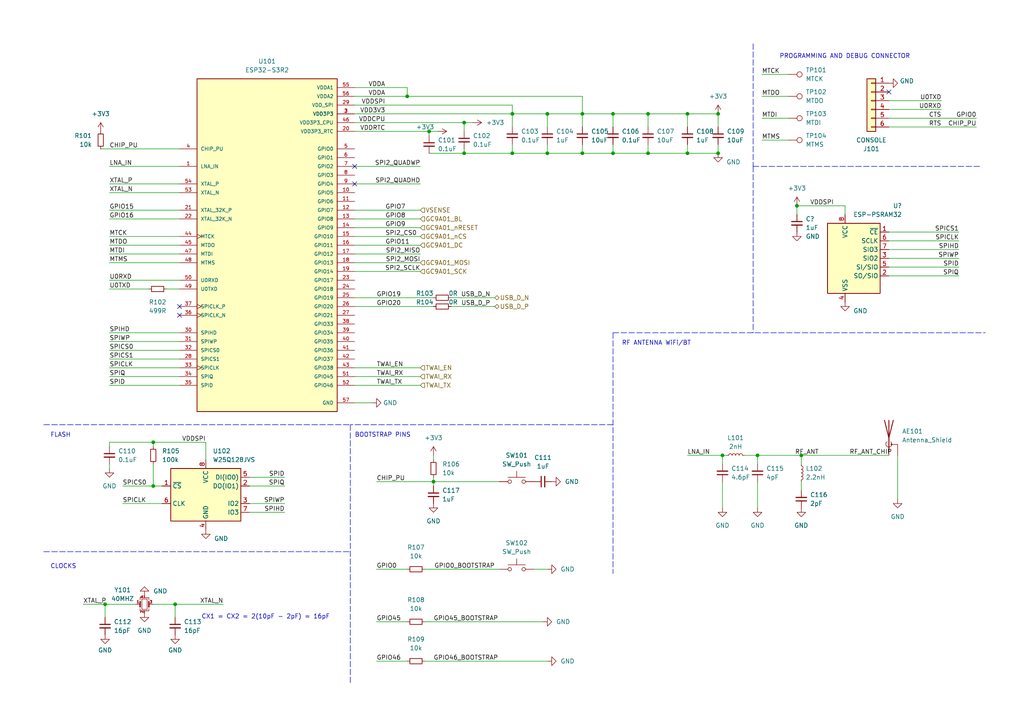
<source format=kicad_sch>
(kicad_sch (version 20211123) (generator eeschema)
  (paper "A4")
  (title_block (title "${Title}") (date "2022-06-24") (rev "${Revision}") (company "Connor Rigby") (comment 1 "https://github.com/miata-bot/can-link") (comment 2 "https://cone.codes"))
  (lib_symbols
    (symbol "ConeCodes:ESP32-S3R2" (pin_names (offset 1.016))
      (property "Reference" "U" (at -20.32 49.53 0))
      (property "Value" "ESP32-S3R2" (at -20.32 -49.53 0))
      (property "MPN" "ESP32-S3" (at 0 0 0))
      (symbol "ESP32-S3R2_0_0"
        (rectangle (start -20.32 -48.26) (end 20.32 48.26) (stroke (width 0.254)) (fill (type background)))
        (pin bidirectional line (at -25.4 22.86 0) (length 5.08) (name "LNA_IN") (number "1"))
        (pin bidirectional line (at 25.4 15.24 180) (length 5.08) (name "GPIO5") (number "10"))
        (pin bidirectional line (at 25.4 12.7 180) (length 5.08) (name "GPIO6") (number "11"))
        (pin bidirectional line (at 25.4 10.16 180) (length 5.08) (name "GPIO7") (number "12"))
        (pin bidirectional line (at 25.4 7.62 180) (length 5.08) (name "GPIO8") (number "13"))
        (pin bidirectional line (at 25.4 5.08 180) (length 5.08) (name "GPIO9") (number "14"))
        (pin bidirectional line (at 25.4 2.54 180) (length 5.08) (name "GPIO10") (number "15"))
        (pin bidirectional line (at 25.4 0 180) (length 5.08) (name "GPIO11") (number "16"))
        (pin bidirectional line (at 25.4 -2.54 180) (length 5.08) (name "GPIO12") (number "17"))
        (pin bidirectional line (at 25.4 -5.08 180) (length 5.08) (name "GPIO13") (number "18"))
        (pin bidirectional line (at 25.4 -7.62 180) (length 5.08) (name "GPIO14") (number "19"))
        (pin power_in line (at 25.4 38.1 180) (length 5.08) (name "VDD3P3") (number "2"))
        (pin power_in line (at 25.4 33.02 180) (length 5.08) (name "VDD3P3_RTC") (number "20"))
        (pin bidirectional line (at -25.4 10.16 0) (length 5.08) (name "XTAL_32K_P") (number "21"))
        (pin bidirectional line (at -25.4 7.62 0) (length 5.08) (name "XTAL_32K_N") (number "22"))
        (pin bidirectional line (at 25.4 -10.16 180) (length 5.08) (name "GPIO17") (number "23"))
        (pin bidirectional line (at 25.4 -12.7 180) (length 5.08) (name "GPIO18") (number "24"))
        (pin bidirectional line (at 25.4 -15.24 180) (length 5.08) (name "GPIO19") (number "25"))
        (pin bidirectional line (at 25.4 -17.78 180) (length 5.08) (name "GPIO20") (number "26"))
        (pin bidirectional line (at 25.4 -20.32 180) (length 5.08) (name "GPIO21") (number "27"))
        (pin bidirectional line (at -25.4 -33.02 0) (length 5.08) (name "SPICS1") (number "28"))
        (pin power_in line (at 25.4 40.64 180) (length 5.08) (name "VDD_SPI") (number "29"))
        (pin power_in line (at 25.4 38.1 180) (length 5.08) (name "VDD3P3") (number "3"))
        (pin bidirectional line (at -25.4 -25.4 0) (length 5.08) (name "SPIHD") (number "30"))
        (pin bidirectional line (at -25.4 -27.94 0) (length 5.08) (name "SPIWP") (number "31"))
        (pin bidirectional line (at -25.4 -30.48 0) (length 5.08) (name "SPICS0") (number "32"))
        (pin bidirectional clock (at -25.4 -35.56 0) (length 5.08) (name "SPICLK") (number "33"))
        (pin bidirectional line (at -25.4 -38.1 0) (length 5.08) (name "SPIQ") (number "34"))
        (pin bidirectional line (at -25.4 -40.64 0) (length 5.08) (name "SPID") (number "35"))
        (pin bidirectional clock (at -25.4 -20.32 0) (length 5.08) (name "SPICLK_N") (number "36"))
        (pin bidirectional clock (at -25.4 -17.78 0) (length 5.08) (name "SPICLK_P") (number "37"))
        (pin bidirectional line (at 25.4 -22.86 180) (length 5.08) (name "GPIO33") (number "38"))
        (pin bidirectional line (at 25.4 -25.4 180) (length 5.08) (name "GPIO34") (number "39"))
        (pin input line (at -25.4 27.94 0) (length 5.08) (name "CHIP_PU") (number "4"))
        (pin bidirectional line (at 25.4 -27.94 180) (length 5.08) (name "GPIO35") (number "40"))
        (pin bidirectional line (at 25.4 -30.48 180) (length 5.08) (name "GPIO36") (number "41"))
        (pin bidirectional line (at 25.4 -33.02 180) (length 5.08) (name "GPIO37") (number "42"))
        (pin bidirectional line (at 25.4 -35.56 180) (length 5.08) (name "GPIO38") (number "43"))
        (pin bidirectional clock (at -25.4 2.54 0) (length 5.08) (name "MTCK") (number "44"))
        (pin bidirectional line (at -25.4 0 0) (length 5.08) (name "MTDO") (number "45"))
        (pin power_in line (at 25.4 35.56 180) (length 5.08) (name "VDD3P3_CPU") (number "46"))
        (pin bidirectional line (at -25.4 -2.54 0) (length 5.08) (name "MTDI") (number "47"))
        (pin bidirectional line (at -25.4 -5.08 0) (length 5.08) (name "MTMS") (number "48"))
        (pin bidirectional line (at -25.4 -12.7 0) (length 5.08) (name "U0TXD") (number "49"))
        (pin bidirectional line (at 25.4 27.94 180) (length 5.08) (name "GPIO0") (number "5"))
        (pin bidirectional line (at -25.4 -10.16 0) (length 5.08) (name "U0RXD") (number "50"))
        (pin bidirectional line (at 25.4 -38.1 180) (length 5.08) (name "GPIO45") (number "51"))
        (pin bidirectional line (at 25.4 -40.64 180) (length 5.08) (name "GPIO46") (number "52"))
        (pin output line (at -25.4 15.24 0) (length 5.08) (name "XTAL_N") (number "53"))
        (pin input line (at -25.4 17.78 0) (length 5.08) (name "XTAL_P") (number "54"))
        (pin power_in line (at 25.4 45.72 180) (length 5.08) (name "VDDA1") (number "55"))
        (pin power_in line (at 25.4 43.18 180) (length 5.08) (name "VDDA2") (number "56"))
        (pin power_in line (at 25.4 -45.72 180) (length 5.08) (name "GND") (number "57"))
        (pin bidirectional line (at 25.4 25.4 180) (length 5.08) (name "GPIO1") (number "6"))
        (pin bidirectional line (at 25.4 22.86 180) (length 5.08) (name "GPIO2") (number "7"))
        (pin bidirectional line (at 25.4 20.32 180) (length 5.08) (name "GPIO3") (number "8"))
        (pin bidirectional line (at 25.4 17.78 180) (length 5.08) (name "GPIO4") (number "9"))
      )
    )
    (symbol "Connector:TestPoint" (pin_numbers hide) (pin_names (offset 0.762) hide)
      (property "Reference" "TP" (at 0 6.858 0))
      (property "Value" "TestPoint" (at 0 5.08 0))
      (symbol "TestPoint_0_1"
        (circle (center 0 3.302) (radius 0.762))
      )
      (symbol "TestPoint_1_1"
        (pin passive line (at 0 0 90) (length 2.54) (name "1") (number "1"))
      )
    )
    (symbol "Connector_Generic:Conn_01x06" (pin_names (offset 1.016) hide)
      (property "Reference" "J" (at 0 7.62 0))
      (property "Value" "Conn_01x06" (at 0 -10.16 0))
      (symbol "Conn_01x06_1_1"
        (rectangle (start -1.27 -7.493) (end 0 -7.747) (stroke (width 0.1524)))
        (rectangle (start -1.27 -4.953) (end 0 -5.207) (stroke (width 0.1524)))
        (rectangle (start -1.27 -2.413) (end 0 -2.667) (stroke (width 0.1524)))
        (rectangle (start -1.27 0.127) (end 0 -0.127) (stroke (width 0.1524)))
        (rectangle (start -1.27 2.667) (end 0 2.413) (stroke (width 0.1524)))
        (rectangle (start -1.27 5.207) (end 0 4.953) (stroke (width 0.1524)))
        (rectangle (start -1.27 6.35) (end 1.27 -8.89) (stroke (width 0.254)) (fill (type background)))
        (pin passive line (at -5.08 5.08 0) (length 3.81) (name "Pin_1") (number "1"))
        (pin passive line (at -5.08 2.54 0) (length 3.81) (name "Pin_2") (number "2"))
        (pin passive line (at -5.08 0 0) (length 3.81) (name "Pin_3") (number "3"))
        (pin passive line (at -5.08 -2.54 0) (length 3.81) (name "Pin_4") (number "4"))
        (pin passive line (at -5.08 -5.08 0) (length 3.81) (name "Pin_5") (number "5"))
        (pin passive line (at -5.08 -7.62 0) (length 3.81) (name "Pin_6") (number "6"))
      )
    )
    (symbol "Device:Antenna_Shield" (pin_numbers hide) (pin_names (offset 1.016) hide)
      (property "Reference" "AE" (at -1.905 4.445 0))
      (property "Value" "Antenna_Shield" (at -1.905 2.54 0))
      (symbol "Antenna_Shield_0_1"
        (arc (start -0.508 -1.143) (mid -0.8485 -2.1032) (end 0 -2.667))
        (arc (start 0 -2.667) (mid 0.8047 -2.0885) (end 0.508 -1.143))
        (polyline (pts (xy 0 -2.54) (xy 0 0)))
        (polyline (pts (xy 0 5.08) (xy 0 -3.81)) (stroke (width 0.254)))
        (polyline (pts (xy 0.762 -1.905) (xy 2.54 -1.905)))
        (polyline (pts (xy 2.54 -2.54) (xy 2.54 -1.905)))
        (polyline (pts (xy 1.27 5.08) (xy 0 0) (xy -1.27 5.08)) (stroke (width 0.254)))
        (circle (center 0.762 -1.905) (radius 0.1778) (fill (type outline)))
      )
      (symbol "Antenna_Shield_1_1"
        (pin input line (at 0 -5.08 90) (length 2.54) (name "A") (number "1"))
        (pin input line (at 2.54 -5.08 90) (length 2.54) (name "Shield") (number "2"))
      )
    )
    (symbol "Device:C_Small" (pin_numbers hide) (pin_names (offset 0.254) hide)
      (property "Reference" "C" (at 0.254 1.778 0))
      (property "Value" "C_Small" (at 0.254 -2.032 0))
      (symbol "C_Small_0_1"
        (polyline (pts (xy -1.524 -0.508) (xy 1.524 -0.508)) (stroke (width 0.3302)))
        (polyline (pts (xy -1.524 0.508) (xy 1.524 0.508)) (stroke (width 0.3048)))
      )
      (symbol "C_Small_1_1"
        (pin passive line (at 0 2.54 270) (length 2.032) (name "~") (number "1"))
        (pin passive line (at 0 -2.54 90) (length 2.032) (name "~") (number "2"))
      )
    )
    (symbol "Device:Crystal_GND24_Small" (pin_names (offset 1.016) hide)
      (property "Reference" "Y" (at 1.27 4.445 0))
      (property "Value" "Crystal_GND24_Small" (at 1.27 2.54 0))
      (symbol "Crystal_GND24_Small_0_1"
        (rectangle (start -0.762 -1.524) (end 0.762 1.524))
        (polyline (pts (xy -1.27 -0.762) (xy -1.27 0.762)) (stroke (width 0.381)))
        (polyline (pts (xy 1.27 -0.762) (xy 1.27 0.762)) (stroke (width 0.381)))
        (polyline (pts (xy -1.27 -1.27) (xy -1.27 -1.905) (xy 1.27 -1.905) (xy 1.27 -1.27)))
        (polyline (pts (xy -1.27 1.27) (xy -1.27 1.905) (xy 1.27 1.905) (xy 1.27 1.27)))
      )
      (symbol "Crystal_GND24_Small_1_1"
        (pin passive line (at -2.54 0 0) (length 1.27) (name "1") (number "1"))
        (pin passive line (at 0 -2.54 90) (length 0.635) (name "2") (number "2"))
        (pin passive line (at 2.54 0 180) (length 1.27) (name "3") (number "3"))
        (pin passive line (at 0 2.54 270) (length 0.635) (name "4") (number "4"))
      )
    )
    (symbol "Device:L_Small" (pin_numbers hide) (pin_names (offset 0.254) hide)
      (property "Reference" "L" (at 0.762 1.016 0))
      (property "Value" "L_Small" (at 0.762 -1.016 0))
      (symbol "L_Small_0_1"
        (arc (start 0 -2.032) (mid 0.508 -1.524) (end 0 -1.016))
        (arc (start 0 -1.016) (mid 0.508 -0.508) (end 0 0))
        (arc (start 0 0) (mid 0.508 0.508) (end 0 1.016))
        (arc (start 0 1.016) (mid 0.508 1.524) (end 0 2.032))
      )
      (symbol "L_Small_1_1"
        (pin passive line (at 0 2.54 270) (length 0.508) (name "~") (number "1"))
        (pin passive line (at 0 -2.54 90) (length 0.508) (name "~") (number "2"))
      )
    )
    (symbol "Device:R_Small" (pin_numbers hide) (pin_names (offset 0.254) hide)
      (property "Reference" "R" (at 0.762 0.508 0))
      (property "Value" "R_Small" (at 0.762 -1.016 0))
      (symbol "R_Small_0_1"
        (rectangle (start -0.762 1.778) (end 0.762 -1.778) (stroke (width 0.2032)))
      )
      (symbol "R_Small_1_1"
        (pin passive line (at 0 2.54 270) (length 0.762) (name "~") (number "1"))
        (pin passive line (at 0 -2.54 90) (length 0.762) (name "~") (number "2"))
      )
    )
    (symbol "Memory_Flash:W25Q128JVS"
      (property "Reference" "U" (at -8.89 8.89 0))
      (property "Value" "W25Q128JVS" (at 7.62 8.89 0))
      (symbol "W25Q128JVS_0_1"
        (rectangle (start -10.16 7.62) (end 10.16 -7.62) (stroke (width 0.254)) (fill (type background)))
      )
      (symbol "W25Q128JVS_1_1"
        (pin input line (at -12.7 2.54 0) (length 2.54) (name "~{CS}") (number "1"))
        (pin bidirectional line (at 12.7 2.54 180) (length 2.54) (name "DO(IO1)") (number "2"))
        (pin bidirectional line (at 12.7 -2.54 180) (length 2.54) (name "IO2") (number "3"))
        (pin power_in line (at 0 -10.16 90) (length 2.54) (name "GND") (number "4"))
        (pin bidirectional line (at 12.7 5.08 180) (length 2.54) (name "DI(IO0)") (number "5"))
        (pin input line (at -12.7 -2.54 0) (length 2.54) (name "CLK") (number "6"))
        (pin bidirectional line (at 12.7 -5.08 180) (length 2.54) (name "IO3") (number "7"))
        (pin power_in line (at 0 10.16 270) (length 2.54) (name "VCC") (number "8"))
      )
    )
    (symbol "Memory_RAM:ESP-PSRAM32"
      (property "Reference" "U" (at 3.81 11.43 0))
      (property "Value" "ESP-PSRAM32" (at -1.27 -11.43 0))
      (symbol "ESP-PSRAM32_0_1"
        (rectangle (start -7.62 10.16) (end 7.62 -10.16) (stroke (width 0.254)) (fill (type background)))
      )
      (symbol "ESP-PSRAM32_1_1"
        (pin input line (at 10.16 7.62 180) (length 2.54) (name "~{CE}") (number "1"))
        (pin output line (at 10.16 -5.08 180) (length 2.54) (name "SO/SIO") (number "2"))
        (pin bidirectional line (at 10.16 0 180) (length 2.54) (name "SIO2") (number "3"))
        (pin power_in line (at -2.54 -12.7 90) (length 2.54) (name "VSS") (number "4"))
        (pin input line (at 10.16 -2.54 180) (length 2.54) (name "SI/SIO") (number "5"))
        (pin output line (at 10.16 5.08 180) (length 2.54) (name "SCLK") (number "6"))
        (pin bidirectional line (at 10.16 2.54 180) (length 2.54) (name "SIO3") (number "7"))
        (pin power_in line (at -2.54 12.7 270) (length 2.54) (name "VCC") (number "8"))
      )
    )
    (symbol "Switch:SW_Push" (pin_numbers hide) (pin_names (offset 1.016) hide)
      (property "Reference" "SW" (at 1.27 2.54 0))
      (property "Value" "SW_Push" (at 0 -1.524 0))
      (symbol "SW_Push_0_1"
        (circle (center -2.032 0) (radius 0.508))
        (polyline (pts (xy 0 1.27) (xy 0 3.048)))
        (polyline (pts (xy 2.54 1.27) (xy -2.54 1.27)))
        (circle (center 2.032 0) (radius 0.508))
        (pin passive line (at -5.08 0 0) (length 2.54) (name "1") (number "1"))
        (pin passive line (at 5.08 0 180) (length 2.54) (name "2") (number "2"))
      )
    )
    (symbol "power:+3V3" (power) (pin_names (offset 0))
      (property "Value" "+3V3" (at 0 3.556 0))
      (symbol "+3V3_0_1"
        (polyline (pts (xy -0.762 1.27) (xy 0 2.54)))
        (polyline (pts (xy 0 0) (xy 0 2.54)))
        (polyline (pts (xy 0 2.54) (xy 0.762 1.27)))
      )
      (symbol "+3V3_1_1"
        (pin power_in line (at 0 0 90) (length 0) hide (name "+3V3") (number "1"))
      )
    )
    (symbol "power:GND" (power) (pin_names (offset 0))
      (property "Value" "GND" (at 0 -3.81 0))
      (symbol "GND_0_1"
        (polyline (pts (xy 0 0) (xy 0 -1.27) (xy 1.27 -1.27) (xy 0 -2.54) (xy -1.27 -1.27) (xy 0 -1.27)))
      )
      (symbol "GND_1_1"
        (pin power_in line (at 0 0 270) (length 0) hide (name "GND") (number "1"))
      )
    )
  )
  (junction (at 231.14 59.69))
  (junction (at 199.39 33.02))
  (junction (at 209.55 132.08))
  (junction (at 232.41 132.08))
  (junction (at 148.59 44.45))
  (junction (at 125.73 139.7))
  (junction (at 177.8 33.02))
  (junction (at 187.96 44.45))
  (junction (at 158.75 44.45))
  (junction (at 134.62 44.45))
  (junction (at 44.45 128.27))
  (junction (at 219.71 132.08))
  (junction (at 124.46 38.1))
  (junction (at 44.45 140.97))
  (junction (at 208.28 44.45))
  (junction (at 50.8 175.26))
  (junction (at 177.8 44.45))
  (junction (at 199.39 44.45))
  (junction (at 148.59 33.02))
  (junction (at 168.91 44.45))
  (junction (at 134.62 35.56))
  (junction (at 168.91 33.02))
  (junction (at 158.75 33.02))
  (junction (at 208.28 33.02))
  (junction (at 187.96 33.02))
  (junction (at 30.48 175.26))
  (junction (at 118.11 27.94))
  (no_connect (at 102.87 48.26))
  (no_connect (at 102.87 53.34))
  (no_connect (at 257.81 26.67))
  (no_connect (at 52.07 91.44))
  (no_connect (at 52.07 88.9))
  (wire (pts (xy 220.98 27.94) (xy 228.6 27.94)))
  (wire (pts (xy 168.91 44.45) (xy 168.91 41.91)))
  (wire (pts (xy 257.81 31.75) (xy 273.05 31.75)))
  (wire (pts (xy 102.87 86.36) (xy 125.73 86.36)))
  (wire (pts (xy 44.45 140.97) (xy 46.99 140.97)))
  (wire (pts (xy 158.75 33.02) (xy 158.75 36.83)))
  (wire (pts (xy 134.62 44.45) (xy 148.59 44.45)))
  (wire (pts (xy 278.13 72.39) (xy 257.81 72.39)))
  (wire (pts (xy 220.98 21.59) (xy 228.6 21.59)))
  (wire (pts (xy 130.81 86.36) (xy 143.51 86.36)))
  (wire (pts (xy 118.11 27.94) (xy 118.11 25.4)))
  (wire (pts (xy 72.39 138.43) (xy 82.55 138.43)))
  (wire (pts (xy 158.75 44.45) (xy 168.91 44.45)))
  (wire (pts (xy 232.41 142.24) (xy 232.41 139.7)))
  (wire (pts (xy 31.75 99.06) (xy 52.07 99.06)))
  (wire (pts (xy 199.39 44.45) (xy 208.28 44.45)))
  (wire (pts (xy 31.75 104.14) (xy 52.07 104.14)))
  (wire (pts (xy 102.87 109.22) (xy 121.92 109.22)))
  (wire (pts (xy 154.94 165.1) (xy 158.75 165.1)))
  (wire (pts (xy 30.48 179.07) (xy 30.48 175.26)))
  (wire (pts (xy 134.62 35.56) (xy 137.16 35.56)))
  (wire (pts (xy 102.87 111.76) (xy 121.92 111.76)))
  (wire (pts (xy 31.75 76.2) (xy 52.07 76.2)))
  (wire (pts (xy 31.75 53.34) (xy 52.07 53.34)))
  (wire (pts (xy 257.81 29.21) (xy 273.05 29.21)))
  (wire (pts (xy 72.39 146.05) (xy 82.55 146.05)))
  (wire (pts (xy 44.45 134.62) (xy 44.45 140.97)))
  (wire (pts (xy 31.75 109.22) (xy 52.07 109.22)))
  (wire (pts (xy 31.75 111.76) (xy 52.07 111.76)))
  (wire (pts (xy 102.87 35.56) (xy 134.62 35.56)))
  (wire (pts (xy 24.13 175.26) (xy 30.48 175.26)))
  (wire (pts (xy 148.59 41.91) (xy 148.59 44.45)))
  (wire (pts (xy 102.87 68.58) (xy 121.92 68.58)))
  (wire (pts (xy 257.81 36.83) (xy 283.21 36.83)))
  (wire (pts (xy 278.13 80.01) (xy 257.81 80.01)))
  (wire (pts (xy 72.39 148.59) (xy 82.55 148.59)))
  (wire (pts (xy 29.21 43.18) (xy 52.07 43.18)))
  (wire (pts (xy 257.81 34.29) (xy 283.21 34.29)))
  (wire (pts (xy 199.39 132.08) (xy 209.55 132.08)))
  (wire (pts (xy 148.59 33.02) (xy 158.75 33.02)))
  (wire (pts (xy 102.87 38.1) (xy 124.46 38.1)))
  (wire (pts (xy 177.8 33.02) (xy 168.91 33.02)))
  (wire (pts (xy 102.87 60.96) (xy 121.92 60.96)))
  (polyline (pts (xy 218.44 48.26) (xy 284.48 48.26)))
  (wire (pts (xy 231.14 59.69) (xy 245.11 59.69)))
  (wire (pts (xy 209.55 139.7) (xy 209.55 147.32)))
  (wire (pts (xy 168.91 33.02) (xy 168.91 36.83)))
  (wire (pts (xy 109.22 180.34) (xy 118.11 180.34)))
  (wire (pts (xy 245.11 59.69) (xy 245.11 62.23)))
  (wire (pts (xy 187.96 33.02) (xy 187.96 36.83)))
  (wire (pts (xy 260.35 132.08) (xy 260.35 144.78)))
  (wire (pts (xy 31.75 48.26) (xy 52.07 48.26)))
  (wire (pts (xy 50.8 175.26) (xy 44.45 175.26)))
  (polyline (pts (xy 177.8 123.19) (xy 101.6 123.19)))
  (wire (pts (xy 187.96 44.45) (xy 199.39 44.45)))
  (wire (pts (xy 199.39 33.02) (xy 199.39 36.83)))
  (wire (pts (xy 44.45 128.27) (xy 59.69 128.27)))
  (wire (pts (xy 102.87 25.4) (xy 118.11 25.4)))
  (wire (pts (xy 125.73 132.08) (xy 125.73 133.35)))
  (wire (pts (xy 59.69 128.27) (xy 59.69 133.35)))
  (wire (pts (xy 109.22 139.7) (xy 125.73 139.7)))
  (wire (pts (xy 72.39 140.97) (xy 82.55 140.97)))
  (wire (pts (xy 50.8 175.26) (xy 64.77 175.26)))
  (wire (pts (xy 31.75 129.54) (xy 31.75 128.27)))
  (wire (pts (xy 134.62 43.18) (xy 134.62 44.45)))
  (wire (pts (xy 278.13 69.85) (xy 257.81 69.85)))
  (wire (pts (xy 102.87 66.04) (xy 121.92 66.04)))
  (wire (pts (xy 124.46 38.1) (xy 124.46 39.37)))
  (polyline (pts (xy 101.6 123.19) (xy 101.6 123.19)))
  (wire (pts (xy 158.75 41.91) (xy 158.75 44.45)))
  (wire (pts (xy 31.75 134.62) (xy 31.75 135.89)))
  (wire (pts (xy 220.98 40.64) (xy 228.6 40.64)))
  (wire (pts (xy 168.91 44.45) (xy 177.8 44.45)))
  (wire (pts (xy 31.75 106.68) (xy 52.07 106.68)))
  (wire (pts (xy 209.55 132.08) (xy 210.82 132.08)))
  (wire (pts (xy 44.45 128.27) (xy 44.45 129.54)))
  (wire (pts (xy 187.96 44.45) (xy 187.96 41.91)))
  (wire (pts (xy 148.59 44.45) (xy 158.75 44.45)))
  (wire (pts (xy 177.8 44.45) (xy 187.96 44.45)))
  (wire (pts (xy 134.62 35.56) (xy 134.62 38.1)))
  (wire (pts (xy 123.19 191.77) (xy 158.75 191.77)))
  (wire (pts (xy 31.75 73.66) (xy 52.07 73.66)))
  (wire (pts (xy 232.41 132.08) (xy 219.71 132.08)))
  (wire (pts (xy 148.59 30.48) (xy 148.59 33.02)))
  (wire (pts (xy 102.87 63.5) (xy 121.92 63.5)))
  (wire (pts (xy 199.39 41.91) (xy 199.39 44.45)))
  (wire (pts (xy 127 38.1) (xy 124.46 38.1)))
  (wire (pts (xy 30.48 175.26) (xy 39.37 175.26)))
  (wire (pts (xy 123.19 180.34) (xy 157.48 180.34)))
  (wire (pts (xy 48.26 83.82) (xy 52.07 83.82)))
  (wire (pts (xy 278.13 74.93) (xy 257.81 74.93)))
  (wire (pts (xy 231.14 62.23) (xy 231.14 59.69)))
  (wire (pts (xy 208.28 33.02) (xy 208.28 36.83)))
  (wire (pts (xy 232.41 134.62) (xy 232.41 132.08)))
  (wire (pts (xy 208.28 44.45) (xy 208.28 41.91)))
  (wire (pts (xy 102.87 27.94) (xy 118.11 27.94)))
  (wire (pts (xy 123.19 165.1) (xy 144.78 165.1)))
  (wire (pts (xy 102.87 48.26) (xy 121.92 48.26)))
  (wire (pts (xy 124.46 44.45) (xy 134.62 44.45)))
  (wire (pts (xy 31.75 128.27) (xy 44.45 128.27)))
  (wire (pts (xy 50.8 179.07) (xy 50.8 175.26)))
  (wire (pts (xy 35.56 146.05) (xy 46.99 146.05)))
  (polyline (pts (xy 177.8 96.52) (xy 177.8 166.37)))
  (wire (pts (xy 118.11 27.94) (xy 168.91 27.94)))
  (wire (pts (xy 109.22 191.77) (xy 118.11 191.77)))
  (wire (pts (xy 125.73 139.7) (xy 144.78 139.7)))
  (wire (pts (xy 102.87 53.34) (xy 121.92 53.34)))
  (wire (pts (xy 232.41 132.08) (xy 257.81 132.08)))
  (wire (pts (xy 31.75 81.28) (xy 52.07 81.28)))
  (wire (pts (xy 102.87 78.74) (xy 121.92 78.74)))
  (wire (pts (xy 31.75 71.12) (xy 52.07 71.12)))
  (wire (pts (xy 125.73 139.7) (xy 125.73 140.97)))
  (wire (pts (xy 278.13 67.31) (xy 257.81 67.31)))
  (wire (pts (xy 208.28 33.02) (xy 199.39 33.02)))
  (wire (pts (xy 31.75 55.88) (xy 52.07 55.88)))
  (polyline (pts (xy 218.44 48.26) (xy 218.44 96.52)))
  (wire (pts (xy 220.98 34.29) (xy 228.6 34.29)))
  (wire (pts (xy 31.75 83.82) (xy 43.18 83.82)))
  (wire (pts (xy 31.75 60.96) (xy 52.07 60.96)))
  (wire (pts (xy 219.71 132.08) (xy 215.9 132.08)))
  (wire (pts (xy 130.81 88.9) (xy 143.51 88.9)))
  (wire (pts (xy 219.71 134.62) (xy 219.71 132.08)))
  (wire (pts (xy 209.55 132.08) (xy 209.55 134.62)))
  (wire (pts (xy 187.96 33.02) (xy 177.8 33.02)))
  (polyline (pts (xy 12.7 123.19) (xy 101.6 123.19)))
  (polyline (pts (xy 12.7 160.02) (xy 101.6 160.02)))
  (wire (pts (xy 177.8 33.02) (xy 177.8 36.83)))
  (wire (pts (xy 102.87 30.48) (xy 148.59 30.48)))
  (wire (pts (xy 107.95 116.84) (xy 102.87 116.84)))
  (wire (pts (xy 102.87 106.68) (xy 121.92 106.68)))
  (wire (pts (xy 102.87 33.02) (xy 148.59 33.02)))
  (wire (pts (xy 35.56 140.97) (xy 44.45 140.97)))
  (wire (pts (xy 31.75 68.58) (xy 52.07 68.58)))
  (wire (pts (xy 158.75 33.02) (xy 168.91 33.02)))
  (wire (pts (xy 219.71 139.7) (xy 219.71 147.32)))
  (wire (pts (xy 187.96 33.02) (xy 199.39 33.02)))
  (wire (pts (xy 31.75 96.52) (xy 52.07 96.52)))
  (wire (pts (xy 278.13 77.47) (xy 257.81 77.47)))
  (wire (pts (xy 177.8 41.91) (xy 177.8 44.45)))
  (wire (pts (xy 109.22 165.1) (xy 118.11 165.1)))
  (wire (pts (xy 102.87 88.9) (xy 125.73 88.9)))
  (polyline (pts (xy 218.44 12.7) (xy 218.44 48.26)))
  (wire (pts (xy 168.91 27.94) (xy 168.91 33.02)))
  (wire (pts (xy 31.75 101.6) (xy 52.07 101.6)))
  (wire (pts (xy 102.87 71.12) (xy 121.92 71.12)))
  (wire (pts (xy 31.75 63.5) (xy 52.07 63.5)))
  (polyline (pts (xy 101.6 123.19) (xy 101.6 198.12)))
  (wire (pts (xy 125.73 138.43) (xy 125.73 139.7)))
  (wire (pts (xy 102.87 73.66) (xy 121.92 73.66)))
  (wire (pts (xy 102.87 76.2) (xy 121.92 76.2)))
  (polyline (pts (xy 177.8 96.52) (xy 285.75 96.52)))
  (wire (pts (xy 148.59 33.02) (xy 148.59 36.83)))
  (text "CX1 = CX2 = 2(10pF - 2pF) = 16pF" (at 58.42 179.705 0) (effects (font (size 1.27 1.27)) (justify left bottom)))
  (text "BOOTSTRAP PINS" (at 102.87 127 0) (effects (font (size 1.27 1.27)) (justify left bottom)))
  (text "FLASH" (at 14.605 127 0) (effects (font (size 1.27 1.27)) (justify left bottom)))
  (text "CLOCKS" (at 14.605 165.1 0) (effects (font (size 1.27 1.27)) (justify left bottom)))
  (text "PROGRAMMING AND DEBUG CONNECTOR" (at 226.06 17.145 0) (effects (font (size 1.27 1.27)) (justify left bottom)))
  (text "RF ANTENNA WiFi/BT" (at 180.34 100.33 0) (effects (font (size 1.27 1.27)) (justify left bottom)))
  (label "USB_D_P" (at 142.24 88.9 180))
  (label "GPIO11" (at 111.76 71.12 0))
  (label "SPIWP" (at 31.75 99.06 0))
  (label "SPIWP" (at 278.13 74.93 180))
  (label "SPICS1" (at 31.75 104.14 0))
  (label "SPID" (at 31.75 111.76 0))
  (label "GPIO46" (at 109.22 191.77 0))
  (label "LNA_IN" (at 31.75 48.26 0))
  (label "MTCK" (at 220.98 21.59 0))
  (label "CHIP_PU" (at 283.21 36.83 180))
  (label "MTMS" (at 220.98 40.64 0))
  (label "VDDRTC" (at 111.76 38.1 180))
  (label "U0TXD" (at 273.05 29.21 180))
  (label "TWAI_RX" (at 109.22 109.22 0))
  (label "GPIO20" (at 109.22 88.9 0))
  (label "GPIO45_BOOTSTRAP" (at 125.73 180.34 0))
  (label "VDDSPI" (at 111.76 30.48 180))
  (label "GPIO0" (at 283.21 34.29 180))
  (label "SPIWP" (at 82.55 146.05 180))
  (label "U0RXD" (at 31.75 81.28 0))
  (label "CHIP_PU" (at 31.75 43.18 0))
  (label "VDD3V3" (at 111.76 33.02 180))
  (label "SPIQ" (at 31.75 109.22 0))
  (label "GPIO7" (at 111.76 60.96 0))
  (label "XTAL_P" (at 31.75 53.34 0))
  (label "MTMS" (at 31.75 76.2 0))
  (label "GPIO9" (at 111.76 66.04 0))
  (label "SPICLK" (at 31.75 106.68 0))
  (label "U0RXD" (at 273.05 31.75 180))
  (label "GPIO46_BOOTSTRAP" (at 125.73 191.77 0))
  (label "MTCK" (at 31.75 68.58 0))
  (label "VDDA" (at 111.76 27.94 180))
  (label "SPICS0" (at 35.56 140.97 0))
  (label "SPIHD" (at 82.55 148.59 180))
  (label "VDDSPI" (at 234.95 59.69 0))
  (label "RF_ANT_CHIP" (at 246.38 132.08 0))
  (label "SPICS1" (at 278.13 67.31 180))
  (label "SPI2_QUADWP" (at 121.92 48.26 180))
  (label "TWAI_EN" (at 109.22 106.68 0))
  (label "SPICLK" (at 35.56 146.05 0))
  (label "GPIO16" (at 31.75 63.5 0))
  (label "SPI2_MISO" (at 121.92 73.66 180))
  (label "SPIQ" (at 82.55 140.97 180))
  (label "CTS" (at 273.05 34.29 180))
  (label "CHIP_PU" (at 109.22 139.7 0))
  (label "XTAL_N" (at 64.77 175.26 180))
  (label "SPICS0" (at 31.75 101.6 0))
  (label "RF_ANT" (at 237.49 132.08 180))
  (label "MTDO" (at 31.75 71.12 0))
  (label "MTDI" (at 31.75 73.66 0))
  (label "VDDSPI" (at 59.69 128.27 180))
  (label "GPIO19" (at 109.22 86.36 0))
  (label "SPICLK" (at 278.13 69.85 180))
  (label "SPI2_QUADHD" (at 121.92 53.34 180))
  (label "SPIHD" (at 278.13 72.39 180))
  (label "MTDI" (at 220.98 34.29 0))
  (label "XTAL_N" (at 31.75 55.88 0))
  (label "GPIO15" (at 31.75 60.96 0))
  (label "VDDCPU" (at 111.76 35.56 180))
  (label "SPI2_CS0" (at 111.76 68.58 0))
  (label "GPIO0_BOOTSTRAP" (at 143.51 165.1 180))
  (label "XTAL_P" (at 24.13 175.26 0))
  (label "U0TXD" (at 31.75 83.82 0))
  (label "VDDA" (at 111.76 25.4 180))
  (label "GPIO8" (at 111.76 63.5 0))
  (label "RTS" (at 273.05 36.83 180))
  (label "GPIO45" (at 109.22 180.34 0))
  (label "USB_D_N" (at 142.24 86.36 180))
  (label "TWAI_TX" (at 109.22 111.76 0))
  (label "MTDO" (at 220.98 27.94 0))
  (label "SPID" (at 82.55 138.43 180))
  (label "LNA_IN" (at 199.39 132.08 0))
  (label "SPI2_MOSI" (at 121.92 76.2 180))
  (label "SPIHD" (at 31.75 96.52 0))
  (label "GPIO0" (at 109.22 165.1 0))
  (label "SPID" (at 278.13 77.47 180))
  (label "SPIQ" (at 278.13 80.01 180))
  (label "SPI2_SCLK" (at 121.92 78.74 180))
  (hierarchical_label "VSENSE" (shape input) (at 121.92 60.96 0))
  (hierarchical_label "TWAI_RX" (shape input) (at 121.92 109.22 0))
  (hierarchical_label "GC9A01_nCS" (shape input) (at 121.92 68.58 0))
  (hierarchical_label "USB_D_P" (shape bidirectional) (at 143.51 88.9 0))
  (hierarchical_label "TWAI_TX" (shape input) (at 121.92 111.76 0))
  (hierarchical_label "GC9A01_nRESET" (shape input) (at 121.92 66.04 0))
  (hierarchical_label "GC9A01_DC" (shape input) (at 121.92 71.12 0))
  (hierarchical_label "USB_D_N" (shape bidirectional) (at 143.51 86.36 0))
  (hierarchical_label "TWAI_EN" (shape input) (at 121.92 106.68 0))
  (hierarchical_label "GC9A01_MOSI" (shape input) (at 121.92 76.2 0))
  (hierarchical_label "GC9A01_SCK" (shape input) (at 121.92 78.74 0))
  (hierarchical_label "GC9A01_BL" (shape input) (at 121.92 63.5 0))
  (symbol (lib_id "power:GND") (at 41.91 172.72 180) (unit 1)
    (property "Reference" "#PWR040" (effects hide))
    (property "Value" "GND" (at 44.45 171.4499 0) (effects (justify right)))
  )
  (symbol (lib_id "Device:C_Small") (at 157.48 139.7 90) (unit 1)
    (property "Reference" "C111" (at 157.4863 132.715 90))
    (property "Value" "1uF" (at 157.4863 135.255 90))
    (property "Footprint" "Capacitor_SMD:C_0402_1005Metric" (effects hide))
    (property "Description" "CAP CER 1UF 4V X7T 0402" (effects hide))
    (property "MPN" "CGA2B1X7T0G105M050BC" (effects hide))
  )
  (symbol (lib_id "power:GND") (at 158.75 191.77 90) (unit 1)
    (property "Reference" "#PWR046" (effects hide))
    (property "Value" "GND" (at 162.56 191.7699 90) (effects (justify right)))
  )
  (symbol (lib_id "power:GND") (at 209.55 147.32 0) (unit 1)
    (property "Reference" "#PWR034" (effects hide))
    (property "Value" "GND" (at 209.55 152.4 0))
  )
  (symbol (lib_id "Device:C_Small") (at 134.62 40.64 0) (unit 1)
    (property "Reference" "C102" (at 137.16 39.3762 0) (effects (justify left)))
    (property "Value" "0.1uF" (at 137.16 41.9162 0) (effects (justify left)))
    (property "Footprint" "Capacitor_SMD:C_0402_1005Metric" (effects hide))
    (property "Description" "CAP CER 0.1UF 16V 0402" (effects hide))
    (property "MPN" "CGA2B1X7R1C104M050BC" (effects hide))
  )
  (symbol (lib_id "Device:R_Small") (at 128.27 88.9 90) (unit 1)
    (property "Reference" "R104" (at 123.19 87.63 90))
    (property "Value" "0R" (at 131.445 87.63 90))
    (property "Footprint" "Resistor_SMD:R_0402_1005Metric" (effects hide))
    (property "Description" "RES SMD 0 OHM JUMPER 1/16W 0402" (effects hide))
    (property "MPN" "RC0402JR-070RP" (effects hide))
  )
  (symbol (lib_id "Device:C_Small") (at 125.73 143.51 0) (mirror y) (unit 1)
    (property "Reference" "C117" (at 128.27 142.2462 0) (effects (justify right)))
    (property "Value" "1uF" (at 128.27 144.7862 0) (effects (justify right)))
    (property "Footprint" "Capacitor_SMD:C_0402_1005Metric" (effects hide))
    (property "Description" "CAP CER 1UF 4V X7T 0402" (effects hide))
    (property "MPN" "CGA2B1X7T0G105M050BC" (effects hide))
  )
  (symbol (lib_id "power:+3V3") (at 29.21 38.1 0) (unit 1)
    (property "Reference" "#PWR029" (effects hide))
    (property "Value" "+3V3" (at 29.21 33.02 0))
  )
  (symbol (lib_id "Connector_Generic:Conn_01x06") (at 252.73 29.21 0) (mirror y) (unit 1) (in_bom no)
    (property "Reference" "J101" (at 252.73 43.18 0))
    (property "Value" "CONSOLE" (at 252.73 40.64 0))
    (property "Footprint" "Connector_PinHeader_1.27mm:PinHeader_1x06_P1.27mm_Vertical" (effects hide))
  )
  (symbol (lib_id "power:GND") (at 208.28 44.45 0) (unit 1)
    (property "Reference" "#PWR031" (effects hide))
    (property "Value" "GND" (at 212.725 46.99 0))
  )
  (symbol (lib_id "Device:R_Small") (at 120.65 191.77 90) (unit 1)
    (property "Reference" "R109" (at 120.65 185.42 90))
    (property "Value" "10k" (at 120.65 187.96 90))
    (property "Footprint" "Resistor_SMD:R_0402_1005Metric" (effects hide))
    (property "Description" "RES 10K OHM 5% 1/16W 0402" (effects hide))
    (property "MPN" "RMCF0402JT10K0" (effects hide))
  )
  (symbol (lib_id "Device:C_Small") (at 31.75 132.08 0) (unit 1)
    (property "Reference" "C110" (at 34.29 130.8162 0) (effects (justify left)))
    (property "Value" "0.1uF" (at 34.29 133.3562 0) (effects (justify left)))
    (property "Footprint" "Capacitor_SMD:C_0402_1005Metric" (effects hide))
    (property "Description" "CAP CER 0.1UF 16V 0402" (effects hide))
    (property "MPN" "CGA2B1X7R1C104M050BC" (effects hide))
  )
  (symbol (lib_id "power:+3V3") (at 137.16 35.56 270) (unit 1)
    (property "Reference" "#PWR028" (effects hide))
    (property "Value" "+3V3" (at 140.97 35.5599 90) (effects (justify left)))
  )
  (symbol (lib_id "Device:L_Small") (at 232.41 137.16 0) (unit 1)
    (property "Reference" "L102" (at 233.68 135.8899 0) (effects (justify left)))
    (property "Value" "2.2nH" (at 233.68 138.4299 0) (effects (justify left)))
    (property "Footprint" "Inductor_SMD:L_0402_1005Metric" (effects hide))
    (property "Description" "FIXED IND 2.2NH 300MA 160MOHM SM" (effects hide))
    (property "MPN" "L-07C2N2SV6T" (effects hide))
  )
  (symbol (lib_id "Device:R_Small") (at 120.65 165.1 90) (unit 1)
    (property "Reference" "R107" (at 120.65 158.75 90))
    (property "Value" "10k" (at 120.65 161.29 90))
    (property "Footprint" "Resistor_SMD:R_0402_1005Metric" (effects hide))
    (property "Description" "RES 10K OHM 5% 1/16W 0402" (effects hide))
    (property "MPN" "RMCF0402JT10K0" (effects hide))
  )
  (symbol (lib_id "power:GND") (at 50.8 184.15 0) (unit 1)
    (property "Reference" "#PWR044" (effects hide))
    (property "Value" "GND" (at 50.8 188.595 0))
  )
  (symbol (lib_id "power:GND") (at 245.11 87.63 0) (unit 1)
    (property "Reference" "#PWR?" (effects hide))
    (property "Value" "GND" (at 249.555 90.17 0))
  )
  (symbol (lib_id "Device:C_Small") (at 208.28 39.37 0) (unit 1)
    (property "Reference" "C109" (at 210.82 38.1062 0) (effects (justify left)))
    (property "Value" "10uF" (at 210.82 40.6462 0) (effects (justify left)))
    (property "Footprint" "Capacitor_SMD:C_0805_2012Metric" (effects hide))
    (property "Description" "CAP CER 10UF 10V 0805" (effects hide))
    (property "MPN" "GRT21BC81A106KE01L" (effects hide))
  )
  (symbol (lib_id "Device:R_Small") (at 44.45 132.08 0) (unit 1)
    (property "Reference" "R105" (at 46.99 130.8099 0) (effects (justify left)))
    (property "Value" "100k" (at 46.99 133.3499 0) (effects (justify left)))
    (property "Footprint" "Resistor_SMD:R_0402_1005Metric" (effects hide))
    (property "Description" "RES 100K OHM 0.5% 1/16W 0402" (effects hide))
    (property "MPN" "RNCF0402DTE100K" (effects hide))
  )
  (symbol (lib_id "Device:C_Small") (at 158.75 39.37 0) (unit 1)
    (property "Reference" "C104" (at 161.29 38.1062 0) (effects (justify left)))
    (property "Value" "1uF" (at 161.29 40.6462 0) (effects (justify left)))
    (property "Footprint" "Capacitor_SMD:C_0402_1005Metric" (effects hide))
    (property "Description" "CAP CER 1UF 4V X7T 0402" (effects hide))
    (property "MPN" "CGA2B1X7T0G105M050BC" (effects hide))
  )
  (symbol (lib_id "Device:Crystal_GND24_Small") (at 41.91 175.26 0) (unit 1)
    (property "Reference" "Y101" (at 35.56 171.1198 0))
    (property "Value" "40MHZ" (at 35.56 173.6598 0))
    (property "Footprint" "Crystal:Crystal_SMD_3225-4Pin_3.2x2.5mm" (effects hide))
    (property "MPN" "ECS-400-10-37B2-CKY-TR" (effects hide))
    (property "Description" "CRYSTAL 40.0000MHZ 10PF SMD" (effects hide))
  )
  (symbol (lib_id "Device:C_Small") (at 199.39 39.37 0) (unit 1)
    (property "Reference" "C108" (at 201.93 38.1062 0) (effects (justify left)))
    (property "Value" "1uF" (at 201.93 40.6462 0) (effects (justify left)))
    (property "Footprint" "Capacitor_SMD:C_0402_1005Metric" (effects hide))
    (property "Description" "CAP CER 1UF 4V X7T 0402" (effects hide))
    (property "MPN" "CGA2B1X7T0G105M050BC" (effects hide))
  )
  (symbol (lib_id "ConeCodes:ESP32-S3R2") (at 77.47 71.12 0) (unit 1)
    (property "Reference" "U101" (at 77.47 17.78 0))
    (property "Value" "ESP32-S3R2" (at 77.47 20.32 0))
    (property "Footprint" "ConeCodes:QFN-56" (effects hide))
    (property "MPN" "ESP32-S3" (effects hide))
    (property "LCSC" "C2913192" (effects hide))
    (property "Description" "SMD IC ESP32-S3, DUAL-CORE MCU," (effects hide))
  )
  (symbol (lib_id "Device:L_Small") (at 213.36 132.08 90) (unit 1)
    (property "Reference" "L101" (at 213.36 127 90))
    (property "Value" "2nH" (at 213.36 129.54 90))
    (property "Footprint" "Inductor_SMD:L_0402_1005Metric" (effects hide))
    (property "Description" "FIXED IND 2NH 900MA 90 MOHM SMD" (effects hide))
    (property "MPN" "LQG15HN2N0C02D" (effects hide))
  )
  (symbol (lib_id "power:GND") (at 41.91 177.8 0) (unit 1)
    (property "Reference" "#PWR042" (effects hide))
    (property "Value" "GND" (at 41.91 182.88 0))
  )
  (symbol (lib_id "power:GND") (at 125.73 146.05 0) (unit 1)
    (property "Reference" "#PWR0114" (effects hide))
    (property "Value" "GND" (at 125.73 151.13 0))
  )
  (symbol (lib_id "Device:R_Small") (at 120.65 180.34 90) (unit 1)
    (property "Reference" "R108" (at 120.65 173.99 90))
    (property "Value" "10k" (at 120.65 176.53 90))
    (property "Footprint" "Resistor_SMD:R_0402_1005Metric" (effects hide))
    (property "Description" "RES 10K OHM 5% 1/16W 0402" (effects hide))
    (property "MPN" "RMCF0402JT10K0" (effects hide))
  )
  (symbol (lib_id "Connector:TestPoint") (at 228.6 21.59 270) (unit 1) (in_bom no)
    (property "Reference" "TP101" (at 233.68 20.3199 90) (effects (justify left)))
    (property "Value" "MTCK" (at 233.68 22.8599 90) (effects (justify left)))
    (property "Footprint" "TestPoint:TestPoint_Pad_D1.0mm" (effects hide))
  )
  (symbol (lib_id "Connector:TestPoint") (at 228.6 34.29 270) (unit 1) (in_bom no)
    (property "Reference" "TP103" (at 233.68 33.0199 90) (effects (justify left)))
    (property "Value" "MTDI" (at 233.68 35.5599 90) (effects (justify left)))
    (property "Footprint" "TestPoint:TestPoint_Pad_D1.0mm" (effects hide))
  )
  (symbol (lib_id "Device:Antenna_Shield") (at 257.81 127 0) (unit 1)
    (property "Reference" "AE101" (at 261.62 125.0949 0) (effects (justify left)))
    (property "Value" "Antenna_Shield" (at 261.62 127.6349 0) (effects (justify left)))
    (property "Footprint" "RF_Antenna:Texas_SWRA117D_2.4GHz_Left" (effects hide))
  )
  (symbol (lib_id "power:GND") (at 219.71 147.32 0) (unit 1)
    (property "Reference" "#PWR035" (effects hide))
    (property "Value" "GND" (at 219.71 152.4 0))
  )
  (symbol (lib_id "Device:R_Small") (at 125.73 135.89 180) (unit 1)
    (property "Reference" "R106" (at 128.27 134.6199 0) (effects (justify right)))
    (property "Value" "10k" (at 128.27 137.1599 0) (effects (justify right)))
    (property "Footprint" "Resistor_SMD:R_0402_1005Metric" (effects hide))
    (property "Description" "RES 10K OHM 5% 1/16W 0402" (effects hide))
    (property "MPN" "RMCF0402JT10K0" (effects hide))
  )
  (symbol (lib_id "power:GND") (at 160.02 139.7 90) (unit 1)
    (property "Reference" "#PWR039" (effects hide))
    (property "Value" "GND" (at 163.83 139.6999 90) (effects (justify right)))
  )
  (symbol (lib_id "Device:C_Small") (at 187.96 39.37 0) (unit 1)
    (property "Reference" "C107" (at 190.5 38.1062 0) (effects (justify left)))
    (property "Value" "10uF" (at 190.5 40.6462 0) (effects (justify left)))
    (property "Footprint" "Capacitor_SMD:C_0805_2012Metric" (effects hide))
    (property "Description" "CAP CER 10UF 10V 0805" (effects hide))
    (property "MPN" "GRT21BC81A106KE01L" (effects hide))
  )
  (symbol (lib_id "Device:C_Small") (at 219.71 137.16 180) (unit 1)
    (property "Reference" "C115" (at 222.25 135.8835 0) (effects (justify right)))
    (property "Value" "4pF" (at 222.25 138.4235 0) (effects (justify right)))
    (property "Footprint" "Capacitor_SMD:C_0402_1005Metric" (effects hide))
    (property "Description" "CAP CER 4PF 50V U2J 0402" (effects hide))
    (property "MPN" "UMK105UJ040CV-F" (effects hide))
  )
  (symbol (lib_id "power:+3V3") (at 208.28 33.02 0) (unit 1)
    (property "Reference" "#PWR027" (effects hide))
    (property "Value" "+3V3" (at 208.28 27.94 0))
  )
  (symbol (lib_id "Switch:SW_Push") (at 149.86 165.1 0) (unit 1)
    (property "Reference" "SW102" (at 149.86 157.48 0))
    (property "Value" "SW_Push" (at 149.86 160.02 0))
    (property "Footprint" "ConeCodes:SW_RS-032G05A3-SMRT" (effects hide))
    (property "Description" "Tactile Switches SPST 0.05A 12V 250gf " (effects hide))
    (property "MPN" "RS032G05A3SMRT " (effects hide))
  )
  (symbol (lib_id "power:+3V3") (at 125.73 132.08 0) (unit 1)
    (property "Reference" "#PWR0113" (effects hide))
    (property "Value" "+3V3" (at 125.73 127 0))
  )
  (symbol (lib_id "Device:C_Small") (at 50.8 181.61 0) (mirror y) (unit 1)
    (property "Reference" "C113" (at 53.34 180.3462 0) (effects (justify right)))
    (property "Value" "16pF" (at 53.34 182.8862 0) (effects (justify right)))
    (property "Footprint" "Capacitor_SMD:C_0402_1005Metric" (effects hide))
    (property "Description" "CAP CER 16PF 50V NP0 0402" (effects hide))
    (property "MPN" "GCM1555C1H160JA16D" (effects hide))
  )
  (symbol (lib_id "Device:R_Small") (at 45.72 83.82 90) (unit 1)
    (property "Reference" "R102" (at 45.72 87.63 90))
    (property "Value" "499R" (at 45.72 90.17 90))
    (property "Footprint" "Resistor_SMD:R_0402_1005Metric" (effects hide))
    (property "Description" "RES 499 OHM 1% 1/16W 0402" (effects hide))
    (property "MPN" "RMCF0402FT499R" (effects hide))
  )
  (symbol (lib_id "Connector:TestPoint") (at 228.6 40.64 270) (unit 1) (in_bom no)
    (property "Reference" "TP104" (at 233.68 39.3699 90) (effects (justify left)))
    (property "Value" "MTMS" (at 233.68 41.9099 90) (effects (justify left)))
    (property "Footprint" "TestPoint:TestPoint_Pad_D1.0mm" (effects hide))
  )
  (symbol (lib_id "power:GND") (at 157.48 180.34 90) (unit 1)
    (property "Reference" "#PWR045" (effects hide))
    (property "Value" "GND" (at 161.29 180.3399 90) (effects (justify right)))
  )
  (symbol (lib_id "Device:R_Small") (at 29.21 40.64 180) (unit 1)
    (property "Reference" "R101" (at 26.67 39.3699 0) (effects (justify left)))
    (property "Value" "10k" (at 26.67 41.9099 0) (effects (justify left)))
    (property "Footprint" "Resistor_SMD:R_0402_1005Metric" (effects hide))
    (property "Description" "RES 10K OHM 5% 1/16W 0402" (effects hide))
    (property "MPN" "RMCF0402JT10K0" (effects hide))
  )
  (symbol (lib_id "power:+3V3") (at 127 38.1 270) (unit 1)
    (property "Reference" "#PWR030" (effects hide))
    (property "Value" "+3V3" (at 120.65 36.8299 90) (effects (justify left)))
  )
  (symbol (lib_id "power:GND") (at 30.48 184.15 0) (unit 1)
    (property "Reference" "#PWR043" (effects hide))
    (property "Value" "GND" (at 30.48 188.595 0))
  )
  (symbol (lib_id "Switch:SW_Push") (at 149.86 139.7 0) (unit 1)
    (property "Reference" "SW101" (at 149.86 132.08 0))
    (property "Value" "SW_Push" (at 149.86 134.62 0))
    (property "Footprint" "ConeCodes:SW_RS-032G05A3-SMRT" (effects hide))
    (property "Description" "Tactile Switches SPST 0.05A 12V 250gf " (effects hide))
    (property "MPN" "RS032G05A3SMRT " (effects hide))
  )
  (symbol (lib_id "Device:C_Small") (at 231.14 64.77 0) (unit 1)
    (property "Reference" "C?" (at 233.68 63.5062 0) (effects (justify left)))
    (property "Value" "1uF" (at 233.68 66.0462 0) (effects (justify left)))
    (property "Footprint" "Capacitor_SMD:C_0402_1005Metric" (effects hide))
    (property "Description" "CAP CER 1UF 4V X7T 0402" (effects hide))
    (property "MPN" "CGA2B1X7T0G105M050BC" (effects hide))
  )
  (symbol (lib_id "power:GND") (at 260.35 144.78 0) (unit 1)
    (property "Reference" "#PWR037" (effects hide))
    (property "Value" "GND" (at 260.35 149.86 0))
  )
  (symbol (lib_id "Device:C_Small") (at 124.46 41.91 0) (unit 1)
    (property "Reference" "C101" (at 127 40.6462 0) (effects (justify left)))
    (property "Value" "0.1uF" (at 127 43.1862 0) (effects (justify left)))
    (property "Footprint" "Capacitor_SMD:C_0402_1005Metric" (effects hide))
    (property "Description" "CAP CER 0.1UF 16V 0402" (effects hide))
    (property "MPN" "CGA2B1X7R1C104M050BC" (effects hide))
  )
  (symbol (lib_id "Connector:TestPoint") (at 228.6 27.94 270) (unit 1) (in_bom no)
    (property "Reference" "TP102" (at 233.68 26.6699 90) (effects (justify left)))
    (property "Value" "MTDO" (at 233.68 29.2099 90) (effects (justify left)))
    (property "Footprint" "TestPoint:TestPoint_Pad_D1.0mm" (effects hide))
  )
  (symbol (lib_id "power:GND") (at 231.14 67.31 0) (unit 1)
    (property "Reference" "#PWR?" (effects hide))
    (property "Value" "GND" (at 233.68 68.5799 0) (effects (justify left)))
  )
  (symbol (lib_id "power:GND") (at 232.41 147.32 0) (unit 1)
    (property "Reference" "#PWR036" (effects hide))
    (property "Value" "GND" (at 232.41 152.4 0))
  )
  (symbol (lib_id "Memory_RAM:ESP-PSRAM32") (at 247.65 74.93 0) (unit 1)
    (property "Reference" "U?" (at 261.62 59.69 0) (effects (justify right)))
    (property "Value" "ESP-PSRAM32" (at 261.62 62.23 0) (effects (justify right)))
    (property "Footprint" "Package_SO:SOIC-8_3.9x4.9mm_P1.27mm" (effects hide))
    (property "Datasheet" "https://www.espressif.com/sites/default/files/documentation/esp-psram32_datasheet_en.pdf" (effects hide))
  )
  (symbol (lib_id "Device:C_Small") (at 168.91 39.37 0) (unit 1)
    (property "Reference" "C105" (at 171.45 38.1062 0) (effects (justify left)))
    (property "Value" "10uF" (at 171.45 40.6462 0) (effects (justify left)))
    (property "Footprint" "Capacitor_SMD:C_0805_2012Metric" (effects hide))
    (property "Description" "CAP CER 10UF 10V 0805" (effects hide))
    (property "MPN" "GRT21BC81A106KE01L" (effects hide))
  )
  (symbol (lib_id "Device:C_Small") (at 148.59 39.37 0) (unit 1)
    (property "Reference" "C103" (at 151.13 38.1062 0) (effects (justify left)))
    (property "Value" "0.1uF" (at 151.13 40.6462 0) (effects (justify left)))
    (property "Footprint" "Capacitor_SMD:C_0402_1005Metric" (effects hide))
    (property "Description" "CAP CER 0.1UF 16V 0402" (effects hide))
    (property "MPN" "CGA2B1X7R1C104M050BC" (effects hide))
  )
  (symbol (lib_id "power:GND") (at 59.69 153.67 0) (unit 1)
    (property "Reference" "#PWR038" (effects hide))
    (property "Value" "GND" (at 64.135 156.21 0))
  )
  (symbol (lib_id "Device:C_Small") (at 232.41 144.78 180) (unit 1)
    (property "Reference" "C116" (at 234.95 143.5035 0) (effects (justify right)))
    (property "Value" "2pF" (at 234.95 146.0435 0) (effects (justify right)))
    (property "Footprint" "Capacitor_SMD:C_0402_1005Metric" (effects hide))
    (property "Description" "CAP CER 2PF 50V CH 0402" (effects hide))
    (property "MPN" "UMK105CK020CVHF" (effects hide))
  )
  (symbol (lib_id "power:GND") (at 31.75 135.89 0) (unit 1)
    (property "Reference" "#PWR033" (effects hide))
    (property "Value" "GND" (at 31.75 140.97 0))
  )
  (symbol (lib_id "Device:C_Small") (at 177.8 39.37 0) (unit 1)
    (property "Reference" "C106" (at 180.34 38.1062 0) (effects (justify left)))
    (property "Value" "0.1uF" (at 180.34 40.6462 0) (effects (justify left)))
    (property "Footprint" "Capacitor_SMD:C_0402_1005Metric" (effects hide))
    (property "Description" "CAP CER 0.1UF 16V 0402" (effects hide))
    (property "MPN" "CGA2B1X7R1C104M050BC" (effects hide))
  )
  (symbol (lib_id "Device:R_Small") (at 128.27 86.36 90) (unit 1)
    (property "Reference" "R103" (at 123.19 85.09 90))
    (property "Value" "0R" (at 131.445 85.09 90))
    (property "Footprint" "Resistor_SMD:R_0402_1005Metric" (effects hide))
    (property "Description" "RES SMD 0 OHM JUMPER 1/16W 0402" (effects hide))
    (property "MPN" "RC0402JR-070RP" (effects hide))
  )
  (symbol (lib_id "Memory_Flash:W25Q128JVS") (at 59.69 143.51 0) (unit 1) (in_bom no)
    (property "Reference" "U102" (at 61.7094 130.81 0) (effects (justify left)))
    (property "Value" "W25Q128JVS" (at 61.7094 133.35 0) (effects (justify left)))
    (property "Footprint" "Package_SO:SOIC-8W_5.3x5.3mm_P1.27mm" (effects hide))
    (property "Datasheet" "http://www.winbond.com/resource-files/w25q128jv_dtr%20revc%2003272018%20plus.pdf" (effects hide))
    (property "MPN" "W25Q128JVS" (effects hide))
    (property "Description" "NOR Flash spiFlash, 3V, 128M-bit, 4Kb Uniform Sector, DTR" (effects hide))
    (property "LCSC" "C113767" (effects hide))
  )
  (symbol (lib_id "power:GND") (at 107.95 116.84 90) (unit 1)
    (property "Reference" "#PWR032" (effects hide))
    (property "Value" "GND" (at 111.125 116.8399 90) (effects (justify right)))
  )
  (symbol (lib_id "Device:C_Small") (at 209.55 137.16 180) (unit 1)
    (property "Reference" "C114" (at 212.09 135.8835 0) (effects (justify right)))
    (property "Value" "4.6pF" (at 212.09 138.4235 0) (effects (justify right)))
    (property "Footprint" "Capacitor_SMD:C_0402_1005Metric" (effects hide))
    (property "Description" "CAP CER 4.6PF 25V C0G/NP0 01005" (effects hide))
    (property "MPN" "TMK042CG4R6BD-W" (effects hide))
  )
  (symbol (lib_id "power:GND") (at 158.75 165.1 90) (unit 1)
    (property "Reference" "#PWR041" (effects hide))
    (property "Value" "GND" (at 162.56 165.0999 90) (effects (justify right)))
  )
  (symbol (lib_id "Device:C_Small") (at 30.48 181.61 0) (unit 1)
    (property "Reference" "C112" (at 33.02 180.3462 0) (effects (justify left)))
    (property "Value" "16pF" (at 33.02 182.8862 0) (effects (justify left)))
    (property "Footprint" "Capacitor_SMD:C_0402_1005Metric" (effects hide))
    (property "Description" "CAP CER 16PF 50V NP0 0402" (effects hide))
    (property "MPN" "GCM1555C1H160JA16D" (effects hide))
  )
  (symbol (lib_id "power:+3V3") (at 231.14 59.69 0) (unit 1)
    (property "Reference" "#PWR?" (effects hide))
    (property "Value" "+3V3" (at 231.14 54.61 0))
  )
  (symbol (lib_id "power:GND") (at 257.81 24.13 90) (unit 1)
    (property "Reference" "#PWR026" (effects hide))
    (property "Value" "GND" (at 260.985 23.4949 90) (effects (justify right)))
  )
)
</source>
